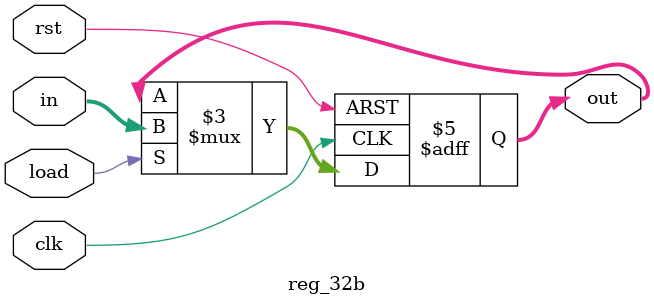
<source format=sv>

module reg_32b (input clk, rst, load, input [31:0] in, output reg [31:0] out);

	initial out = 32'd0;

	always @(posedge clk, posedge rst) begin
		if (rst) out <= 32'd0;
		else if (load) out <= in;
	end
        
endmodule

</source>
